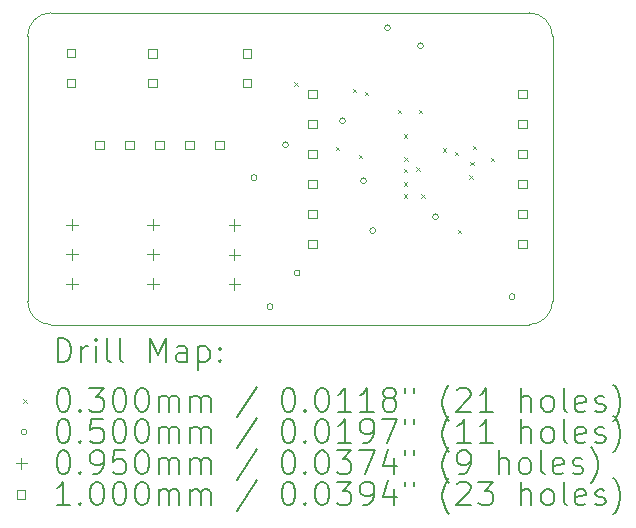
<source format=gbr>
%TF.GenerationSoftware,KiCad,Pcbnew,7.0.8*%
%TF.CreationDate,2024-04-19T19:29:14-04:00*%
%TF.ProjectId,2 Axis Gimbal,32204178-6973-4204-9769-6d62616c2e6b,rev?*%
%TF.SameCoordinates,Original*%
%TF.FileFunction,Drillmap*%
%TF.FilePolarity,Positive*%
%FSLAX45Y45*%
G04 Gerber Fmt 4.5, Leading zero omitted, Abs format (unit mm)*
G04 Created by KiCad (PCBNEW 7.0.8) date 2024-04-19 19:29:14*
%MOMM*%
%LPD*%
G01*
G04 APERTURE LIST*
%ADD10C,0.100000*%
%ADD11C,0.200000*%
%ADD12C,0.030000*%
%ADD13C,0.050000*%
%ADD14C,0.095000*%
G04 APERTURE END LIST*
D10*
X7642200Y-6807200D02*
G75*
G03*
X7442200Y-7007200I0J-200000D01*
G01*
X7442200Y-9248800D02*
G75*
G03*
X7642200Y-9448800I200000J0D01*
G01*
X7442200Y-9248800D02*
X7442200Y-7007200D01*
X11887200Y-7007200D02*
G75*
G03*
X11687200Y-6807200I-200000J0D01*
G01*
X7642200Y-6807200D02*
X11687200Y-6807200D01*
X11687200Y-9448800D02*
G75*
G03*
X11887200Y-9248800I0J200000D01*
G01*
X11687200Y-9448800D02*
X7642200Y-9448800D01*
X11887200Y-7007200D02*
X11887200Y-9248800D01*
D11*
D12*
X9700500Y-7396050D02*
X9730500Y-7426050D01*
X9730500Y-7396050D02*
X9700500Y-7426050D01*
X10050203Y-7942003D02*
X10080203Y-7972003D01*
X10080203Y-7942003D02*
X10050203Y-7972003D01*
X10195800Y-7452600D02*
X10225800Y-7482600D01*
X10225800Y-7452600D02*
X10195800Y-7482600D01*
X10246600Y-8011400D02*
X10276600Y-8041400D01*
X10276600Y-8011400D02*
X10246600Y-8041400D01*
X10297400Y-7478000D02*
X10327400Y-7508000D01*
X10327400Y-7478000D02*
X10297400Y-7508000D01*
X10576800Y-7630400D02*
X10606800Y-7660400D01*
X10606800Y-7630400D02*
X10576800Y-7660400D01*
X10627600Y-7837800D02*
X10657600Y-7867800D01*
X10657600Y-7837800D02*
X10627600Y-7867800D01*
X10627600Y-8127200D02*
X10657600Y-8157200D01*
X10657600Y-8127200D02*
X10627600Y-8157200D01*
X10627600Y-8242400D02*
X10657600Y-8272400D01*
X10657600Y-8242400D02*
X10627600Y-8272400D01*
X10627600Y-8344000D02*
X10657600Y-8374000D01*
X10657600Y-8344000D02*
X10627600Y-8374000D01*
X10631567Y-8031380D02*
X10661567Y-8061380D01*
X10661567Y-8031380D02*
X10631567Y-8061380D01*
X10731427Y-8115227D02*
X10761427Y-8145227D01*
X10761427Y-8115227D02*
X10731427Y-8145227D01*
X10754600Y-7630400D02*
X10784600Y-7660400D01*
X10784600Y-7630400D02*
X10754600Y-7660400D01*
X10774011Y-8343106D02*
X10804011Y-8373106D01*
X10804011Y-8343106D02*
X10774011Y-8373106D01*
X10957800Y-7955350D02*
X10987800Y-7985350D01*
X10987800Y-7955350D02*
X10957800Y-7985350D01*
X11059400Y-7986000D02*
X11089400Y-8016000D01*
X11089400Y-7986000D02*
X11059400Y-8016000D01*
X11084800Y-8646400D02*
X11114800Y-8676400D01*
X11114800Y-8646400D02*
X11084800Y-8676400D01*
X11181700Y-8184500D02*
X11211700Y-8214500D01*
X11211700Y-8184500D02*
X11181700Y-8214500D01*
X11192459Y-8068259D02*
X11222459Y-8098259D01*
X11222459Y-8068259D02*
X11192459Y-8098259D01*
X11211800Y-7935200D02*
X11241800Y-7965200D01*
X11241800Y-7935200D02*
X11211800Y-7965200D01*
X11364200Y-8036800D02*
X11394200Y-8066800D01*
X11394200Y-8036800D02*
X11364200Y-8066800D01*
D13*
X9384900Y-8204200D02*
G75*
G03*
X9384900Y-8204200I-25000J0D01*
G01*
X9520000Y-9296400D02*
G75*
G03*
X9520000Y-9296400I-25000J0D01*
G01*
X9651600Y-7924800D02*
G75*
G03*
X9651600Y-7924800I-25000J0D01*
G01*
X9750000Y-9011400D02*
G75*
G03*
X9750000Y-9011400I-25000J0D01*
G01*
X10134200Y-7721600D02*
G75*
G03*
X10134200Y-7721600I-25000J0D01*
G01*
X10312000Y-8229600D02*
G75*
G03*
X10312000Y-8229600I-25000J0D01*
G01*
X10390000Y-8651400D02*
G75*
G03*
X10390000Y-8651400I-25000J0D01*
G01*
X10515200Y-6934200D02*
G75*
G03*
X10515200Y-6934200I-25000J0D01*
G01*
X10794600Y-7086600D02*
G75*
G03*
X10794600Y-7086600I-25000J0D01*
G01*
X10921600Y-8534400D02*
G75*
G03*
X10921600Y-8534400I-25000J0D01*
G01*
X11570000Y-9211400D02*
G75*
G03*
X11570000Y-9211400I-25000J0D01*
G01*
D14*
X7819256Y-8555366D02*
X7819256Y-8650366D01*
X7771756Y-8602866D02*
X7866756Y-8602866D01*
X7819256Y-8805366D02*
X7819256Y-8900366D01*
X7771756Y-8852866D02*
X7866756Y-8852866D01*
X7819256Y-9055366D02*
X7819256Y-9150366D01*
X7771756Y-9102866D02*
X7866756Y-9102866D01*
X8505056Y-8555366D02*
X8505056Y-8650366D01*
X8457556Y-8602866D02*
X8552556Y-8602866D01*
X8505056Y-8805366D02*
X8505056Y-8900366D01*
X8457556Y-8852866D02*
X8552556Y-8852866D01*
X8505056Y-9055366D02*
X8505056Y-9150366D01*
X8457556Y-9102866D02*
X8552556Y-9102866D01*
X9192788Y-8557116D02*
X9192788Y-8652116D01*
X9145288Y-8604616D02*
X9240288Y-8604616D01*
X9192788Y-8807116D02*
X9192788Y-8902116D01*
X9145288Y-8854616D02*
X9240288Y-8854616D01*
X9192788Y-9057116D02*
X9192788Y-9152116D01*
X9145288Y-9104616D02*
X9240288Y-9104616D01*
D10*
X7846044Y-7186365D02*
X7846044Y-7115653D01*
X7775333Y-7115653D01*
X7775333Y-7186365D01*
X7846044Y-7186365D01*
X7846044Y-7436365D02*
X7846044Y-7365653D01*
X7775333Y-7365653D01*
X7775333Y-7436365D01*
X7846044Y-7436365D01*
X8087156Y-7960156D02*
X8087156Y-7889444D01*
X8016444Y-7889444D01*
X8016444Y-7960156D01*
X8087156Y-7960156D01*
X8341156Y-7960156D02*
X8341156Y-7889444D01*
X8270444Y-7889444D01*
X8270444Y-7960156D01*
X8341156Y-7960156D01*
X8536247Y-7187567D02*
X8536247Y-7116855D01*
X8465536Y-7116855D01*
X8465536Y-7187567D01*
X8536247Y-7187567D01*
X8536247Y-7437567D02*
X8536247Y-7366855D01*
X8465536Y-7366855D01*
X8465536Y-7437567D01*
X8536247Y-7437567D01*
X8595156Y-7960156D02*
X8595156Y-7889444D01*
X8524444Y-7889444D01*
X8524444Y-7960156D01*
X8595156Y-7960156D01*
X8849156Y-7960156D02*
X8849156Y-7889444D01*
X8778444Y-7889444D01*
X8778444Y-7960156D01*
X8849156Y-7960156D01*
X9103156Y-7960156D02*
X9103156Y-7889444D01*
X9032444Y-7889444D01*
X9032444Y-7960156D01*
X9103156Y-7960156D01*
X9333471Y-7188158D02*
X9333471Y-7117447D01*
X9262759Y-7117447D01*
X9262759Y-7188158D01*
X9333471Y-7188158D01*
X9333471Y-7438158D02*
X9333471Y-7367447D01*
X9262759Y-7367447D01*
X9262759Y-7438158D01*
X9333471Y-7438158D01*
X9890556Y-7528356D02*
X9890556Y-7457644D01*
X9819844Y-7457644D01*
X9819844Y-7528356D01*
X9890556Y-7528356D01*
X9890556Y-7782356D02*
X9890556Y-7711644D01*
X9819844Y-7711644D01*
X9819844Y-7782356D01*
X9890556Y-7782356D01*
X9890556Y-8036356D02*
X9890556Y-7965644D01*
X9819844Y-7965644D01*
X9819844Y-8036356D01*
X9890556Y-8036356D01*
X9890556Y-8290356D02*
X9890556Y-8219644D01*
X9819844Y-8219644D01*
X9819844Y-8290356D01*
X9890556Y-8290356D01*
X9890556Y-8544356D02*
X9890556Y-8473644D01*
X9819844Y-8473644D01*
X9819844Y-8544356D01*
X9890556Y-8544356D01*
X9890556Y-8798356D02*
X9890556Y-8727644D01*
X9819844Y-8727644D01*
X9819844Y-8798356D01*
X9890556Y-8798356D01*
X11668556Y-7528356D02*
X11668556Y-7457644D01*
X11597844Y-7457644D01*
X11597844Y-7528356D01*
X11668556Y-7528356D01*
X11668556Y-7782356D02*
X11668556Y-7711644D01*
X11597844Y-7711644D01*
X11597844Y-7782356D01*
X11668556Y-7782356D01*
X11668556Y-8036356D02*
X11668556Y-7965644D01*
X11597844Y-7965644D01*
X11597844Y-8036356D01*
X11668556Y-8036356D01*
X11668556Y-8290356D02*
X11668556Y-8219644D01*
X11597844Y-8219644D01*
X11597844Y-8290356D01*
X11668556Y-8290356D01*
X11668556Y-8544356D02*
X11668556Y-8473644D01*
X11597844Y-8473644D01*
X11597844Y-8544356D01*
X11668556Y-8544356D01*
X11668556Y-8798356D02*
X11668556Y-8727644D01*
X11597844Y-8727644D01*
X11597844Y-8798356D01*
X11668556Y-8798356D01*
D11*
X7697977Y-9765284D02*
X7697977Y-9565284D01*
X7697977Y-9565284D02*
X7745596Y-9565284D01*
X7745596Y-9565284D02*
X7774167Y-9574808D01*
X7774167Y-9574808D02*
X7793215Y-9593855D01*
X7793215Y-9593855D02*
X7802739Y-9612903D01*
X7802739Y-9612903D02*
X7812262Y-9650998D01*
X7812262Y-9650998D02*
X7812262Y-9679570D01*
X7812262Y-9679570D02*
X7802739Y-9717665D01*
X7802739Y-9717665D02*
X7793215Y-9736712D01*
X7793215Y-9736712D02*
X7774167Y-9755760D01*
X7774167Y-9755760D02*
X7745596Y-9765284D01*
X7745596Y-9765284D02*
X7697977Y-9765284D01*
X7897977Y-9765284D02*
X7897977Y-9631950D01*
X7897977Y-9670046D02*
X7907501Y-9650998D01*
X7907501Y-9650998D02*
X7917024Y-9641474D01*
X7917024Y-9641474D02*
X7936072Y-9631950D01*
X7936072Y-9631950D02*
X7955120Y-9631950D01*
X8021786Y-9765284D02*
X8021786Y-9631950D01*
X8021786Y-9565284D02*
X8012262Y-9574808D01*
X8012262Y-9574808D02*
X8021786Y-9584331D01*
X8021786Y-9584331D02*
X8031310Y-9574808D01*
X8031310Y-9574808D02*
X8021786Y-9565284D01*
X8021786Y-9565284D02*
X8021786Y-9584331D01*
X8145596Y-9765284D02*
X8126548Y-9755760D01*
X8126548Y-9755760D02*
X8117024Y-9736712D01*
X8117024Y-9736712D02*
X8117024Y-9565284D01*
X8250358Y-9765284D02*
X8231310Y-9755760D01*
X8231310Y-9755760D02*
X8221786Y-9736712D01*
X8221786Y-9736712D02*
X8221786Y-9565284D01*
X8478929Y-9765284D02*
X8478929Y-9565284D01*
X8478929Y-9565284D02*
X8545596Y-9708141D01*
X8545596Y-9708141D02*
X8612263Y-9565284D01*
X8612263Y-9565284D02*
X8612263Y-9765284D01*
X8793215Y-9765284D02*
X8793215Y-9660522D01*
X8793215Y-9660522D02*
X8783691Y-9641474D01*
X8783691Y-9641474D02*
X8764644Y-9631950D01*
X8764644Y-9631950D02*
X8726548Y-9631950D01*
X8726548Y-9631950D02*
X8707501Y-9641474D01*
X8793215Y-9755760D02*
X8774167Y-9765284D01*
X8774167Y-9765284D02*
X8726548Y-9765284D01*
X8726548Y-9765284D02*
X8707501Y-9755760D01*
X8707501Y-9755760D02*
X8697977Y-9736712D01*
X8697977Y-9736712D02*
X8697977Y-9717665D01*
X8697977Y-9717665D02*
X8707501Y-9698617D01*
X8707501Y-9698617D02*
X8726548Y-9689093D01*
X8726548Y-9689093D02*
X8774167Y-9689093D01*
X8774167Y-9689093D02*
X8793215Y-9679570D01*
X8888453Y-9631950D02*
X8888453Y-9831950D01*
X8888453Y-9641474D02*
X8907501Y-9631950D01*
X8907501Y-9631950D02*
X8945596Y-9631950D01*
X8945596Y-9631950D02*
X8964644Y-9641474D01*
X8964644Y-9641474D02*
X8974167Y-9650998D01*
X8974167Y-9650998D02*
X8983691Y-9670046D01*
X8983691Y-9670046D02*
X8983691Y-9727189D01*
X8983691Y-9727189D02*
X8974167Y-9746236D01*
X8974167Y-9746236D02*
X8964644Y-9755760D01*
X8964644Y-9755760D02*
X8945596Y-9765284D01*
X8945596Y-9765284D02*
X8907501Y-9765284D01*
X8907501Y-9765284D02*
X8888453Y-9755760D01*
X9069405Y-9746236D02*
X9078929Y-9755760D01*
X9078929Y-9755760D02*
X9069405Y-9765284D01*
X9069405Y-9765284D02*
X9059882Y-9755760D01*
X9059882Y-9755760D02*
X9069405Y-9746236D01*
X9069405Y-9746236D02*
X9069405Y-9765284D01*
X9069405Y-9641474D02*
X9078929Y-9650998D01*
X9078929Y-9650998D02*
X9069405Y-9660522D01*
X9069405Y-9660522D02*
X9059882Y-9650998D01*
X9059882Y-9650998D02*
X9069405Y-9641474D01*
X9069405Y-9641474D02*
X9069405Y-9660522D01*
D12*
X7407200Y-10078800D02*
X7437200Y-10108800D01*
X7437200Y-10078800D02*
X7407200Y-10108800D01*
D11*
X7736072Y-9985284D02*
X7755120Y-9985284D01*
X7755120Y-9985284D02*
X7774167Y-9994808D01*
X7774167Y-9994808D02*
X7783691Y-10004331D01*
X7783691Y-10004331D02*
X7793215Y-10023379D01*
X7793215Y-10023379D02*
X7802739Y-10061474D01*
X7802739Y-10061474D02*
X7802739Y-10109093D01*
X7802739Y-10109093D02*
X7793215Y-10147189D01*
X7793215Y-10147189D02*
X7783691Y-10166236D01*
X7783691Y-10166236D02*
X7774167Y-10175760D01*
X7774167Y-10175760D02*
X7755120Y-10185284D01*
X7755120Y-10185284D02*
X7736072Y-10185284D01*
X7736072Y-10185284D02*
X7717024Y-10175760D01*
X7717024Y-10175760D02*
X7707501Y-10166236D01*
X7707501Y-10166236D02*
X7697977Y-10147189D01*
X7697977Y-10147189D02*
X7688453Y-10109093D01*
X7688453Y-10109093D02*
X7688453Y-10061474D01*
X7688453Y-10061474D02*
X7697977Y-10023379D01*
X7697977Y-10023379D02*
X7707501Y-10004331D01*
X7707501Y-10004331D02*
X7717024Y-9994808D01*
X7717024Y-9994808D02*
X7736072Y-9985284D01*
X7888453Y-10166236D02*
X7897977Y-10175760D01*
X7897977Y-10175760D02*
X7888453Y-10185284D01*
X7888453Y-10185284D02*
X7878929Y-10175760D01*
X7878929Y-10175760D02*
X7888453Y-10166236D01*
X7888453Y-10166236D02*
X7888453Y-10185284D01*
X7964643Y-9985284D02*
X8088453Y-9985284D01*
X8088453Y-9985284D02*
X8021786Y-10061474D01*
X8021786Y-10061474D02*
X8050358Y-10061474D01*
X8050358Y-10061474D02*
X8069405Y-10070998D01*
X8069405Y-10070998D02*
X8078929Y-10080522D01*
X8078929Y-10080522D02*
X8088453Y-10099570D01*
X8088453Y-10099570D02*
X8088453Y-10147189D01*
X8088453Y-10147189D02*
X8078929Y-10166236D01*
X8078929Y-10166236D02*
X8069405Y-10175760D01*
X8069405Y-10175760D02*
X8050358Y-10185284D01*
X8050358Y-10185284D02*
X7993215Y-10185284D01*
X7993215Y-10185284D02*
X7974167Y-10175760D01*
X7974167Y-10175760D02*
X7964643Y-10166236D01*
X8212262Y-9985284D02*
X8231310Y-9985284D01*
X8231310Y-9985284D02*
X8250358Y-9994808D01*
X8250358Y-9994808D02*
X8259882Y-10004331D01*
X8259882Y-10004331D02*
X8269405Y-10023379D01*
X8269405Y-10023379D02*
X8278929Y-10061474D01*
X8278929Y-10061474D02*
X8278929Y-10109093D01*
X8278929Y-10109093D02*
X8269405Y-10147189D01*
X8269405Y-10147189D02*
X8259882Y-10166236D01*
X8259882Y-10166236D02*
X8250358Y-10175760D01*
X8250358Y-10175760D02*
X8231310Y-10185284D01*
X8231310Y-10185284D02*
X8212262Y-10185284D01*
X8212262Y-10185284D02*
X8193215Y-10175760D01*
X8193215Y-10175760D02*
X8183691Y-10166236D01*
X8183691Y-10166236D02*
X8174167Y-10147189D01*
X8174167Y-10147189D02*
X8164643Y-10109093D01*
X8164643Y-10109093D02*
X8164643Y-10061474D01*
X8164643Y-10061474D02*
X8174167Y-10023379D01*
X8174167Y-10023379D02*
X8183691Y-10004331D01*
X8183691Y-10004331D02*
X8193215Y-9994808D01*
X8193215Y-9994808D02*
X8212262Y-9985284D01*
X8402739Y-9985284D02*
X8421786Y-9985284D01*
X8421786Y-9985284D02*
X8440834Y-9994808D01*
X8440834Y-9994808D02*
X8450358Y-10004331D01*
X8450358Y-10004331D02*
X8459882Y-10023379D01*
X8459882Y-10023379D02*
X8469405Y-10061474D01*
X8469405Y-10061474D02*
X8469405Y-10109093D01*
X8469405Y-10109093D02*
X8459882Y-10147189D01*
X8459882Y-10147189D02*
X8450358Y-10166236D01*
X8450358Y-10166236D02*
X8440834Y-10175760D01*
X8440834Y-10175760D02*
X8421786Y-10185284D01*
X8421786Y-10185284D02*
X8402739Y-10185284D01*
X8402739Y-10185284D02*
X8383691Y-10175760D01*
X8383691Y-10175760D02*
X8374167Y-10166236D01*
X8374167Y-10166236D02*
X8364643Y-10147189D01*
X8364643Y-10147189D02*
X8355120Y-10109093D01*
X8355120Y-10109093D02*
X8355120Y-10061474D01*
X8355120Y-10061474D02*
X8364643Y-10023379D01*
X8364643Y-10023379D02*
X8374167Y-10004331D01*
X8374167Y-10004331D02*
X8383691Y-9994808D01*
X8383691Y-9994808D02*
X8402739Y-9985284D01*
X8555120Y-10185284D02*
X8555120Y-10051950D01*
X8555120Y-10070998D02*
X8564644Y-10061474D01*
X8564644Y-10061474D02*
X8583691Y-10051950D01*
X8583691Y-10051950D02*
X8612263Y-10051950D01*
X8612263Y-10051950D02*
X8631310Y-10061474D01*
X8631310Y-10061474D02*
X8640834Y-10080522D01*
X8640834Y-10080522D02*
X8640834Y-10185284D01*
X8640834Y-10080522D02*
X8650358Y-10061474D01*
X8650358Y-10061474D02*
X8669405Y-10051950D01*
X8669405Y-10051950D02*
X8697977Y-10051950D01*
X8697977Y-10051950D02*
X8717025Y-10061474D01*
X8717025Y-10061474D02*
X8726548Y-10080522D01*
X8726548Y-10080522D02*
X8726548Y-10185284D01*
X8821786Y-10185284D02*
X8821786Y-10051950D01*
X8821786Y-10070998D02*
X8831310Y-10061474D01*
X8831310Y-10061474D02*
X8850358Y-10051950D01*
X8850358Y-10051950D02*
X8878929Y-10051950D01*
X8878929Y-10051950D02*
X8897977Y-10061474D01*
X8897977Y-10061474D02*
X8907501Y-10080522D01*
X8907501Y-10080522D02*
X8907501Y-10185284D01*
X8907501Y-10080522D02*
X8917025Y-10061474D01*
X8917025Y-10061474D02*
X8936072Y-10051950D01*
X8936072Y-10051950D02*
X8964644Y-10051950D01*
X8964644Y-10051950D02*
X8983691Y-10061474D01*
X8983691Y-10061474D02*
X8993215Y-10080522D01*
X8993215Y-10080522D02*
X8993215Y-10185284D01*
X9383691Y-9975760D02*
X9212263Y-10232903D01*
X9640834Y-9985284D02*
X9659882Y-9985284D01*
X9659882Y-9985284D02*
X9678929Y-9994808D01*
X9678929Y-9994808D02*
X9688453Y-10004331D01*
X9688453Y-10004331D02*
X9697977Y-10023379D01*
X9697977Y-10023379D02*
X9707501Y-10061474D01*
X9707501Y-10061474D02*
X9707501Y-10109093D01*
X9707501Y-10109093D02*
X9697977Y-10147189D01*
X9697977Y-10147189D02*
X9688453Y-10166236D01*
X9688453Y-10166236D02*
X9678929Y-10175760D01*
X9678929Y-10175760D02*
X9659882Y-10185284D01*
X9659882Y-10185284D02*
X9640834Y-10185284D01*
X9640834Y-10185284D02*
X9621787Y-10175760D01*
X9621787Y-10175760D02*
X9612263Y-10166236D01*
X9612263Y-10166236D02*
X9602739Y-10147189D01*
X9602739Y-10147189D02*
X9593215Y-10109093D01*
X9593215Y-10109093D02*
X9593215Y-10061474D01*
X9593215Y-10061474D02*
X9602739Y-10023379D01*
X9602739Y-10023379D02*
X9612263Y-10004331D01*
X9612263Y-10004331D02*
X9621787Y-9994808D01*
X9621787Y-9994808D02*
X9640834Y-9985284D01*
X9793215Y-10166236D02*
X9802739Y-10175760D01*
X9802739Y-10175760D02*
X9793215Y-10185284D01*
X9793215Y-10185284D02*
X9783691Y-10175760D01*
X9783691Y-10175760D02*
X9793215Y-10166236D01*
X9793215Y-10166236D02*
X9793215Y-10185284D01*
X9926548Y-9985284D02*
X9945596Y-9985284D01*
X9945596Y-9985284D02*
X9964644Y-9994808D01*
X9964644Y-9994808D02*
X9974168Y-10004331D01*
X9974168Y-10004331D02*
X9983691Y-10023379D01*
X9983691Y-10023379D02*
X9993215Y-10061474D01*
X9993215Y-10061474D02*
X9993215Y-10109093D01*
X9993215Y-10109093D02*
X9983691Y-10147189D01*
X9983691Y-10147189D02*
X9974168Y-10166236D01*
X9974168Y-10166236D02*
X9964644Y-10175760D01*
X9964644Y-10175760D02*
X9945596Y-10185284D01*
X9945596Y-10185284D02*
X9926548Y-10185284D01*
X9926548Y-10185284D02*
X9907501Y-10175760D01*
X9907501Y-10175760D02*
X9897977Y-10166236D01*
X9897977Y-10166236D02*
X9888453Y-10147189D01*
X9888453Y-10147189D02*
X9878929Y-10109093D01*
X9878929Y-10109093D02*
X9878929Y-10061474D01*
X9878929Y-10061474D02*
X9888453Y-10023379D01*
X9888453Y-10023379D02*
X9897977Y-10004331D01*
X9897977Y-10004331D02*
X9907501Y-9994808D01*
X9907501Y-9994808D02*
X9926548Y-9985284D01*
X10183691Y-10185284D02*
X10069406Y-10185284D01*
X10126548Y-10185284D02*
X10126548Y-9985284D01*
X10126548Y-9985284D02*
X10107501Y-10013855D01*
X10107501Y-10013855D02*
X10088453Y-10032903D01*
X10088453Y-10032903D02*
X10069406Y-10042427D01*
X10374168Y-10185284D02*
X10259882Y-10185284D01*
X10317025Y-10185284D02*
X10317025Y-9985284D01*
X10317025Y-9985284D02*
X10297977Y-10013855D01*
X10297977Y-10013855D02*
X10278929Y-10032903D01*
X10278929Y-10032903D02*
X10259882Y-10042427D01*
X10488453Y-10070998D02*
X10469406Y-10061474D01*
X10469406Y-10061474D02*
X10459882Y-10051950D01*
X10459882Y-10051950D02*
X10450358Y-10032903D01*
X10450358Y-10032903D02*
X10450358Y-10023379D01*
X10450358Y-10023379D02*
X10459882Y-10004331D01*
X10459882Y-10004331D02*
X10469406Y-9994808D01*
X10469406Y-9994808D02*
X10488453Y-9985284D01*
X10488453Y-9985284D02*
X10526549Y-9985284D01*
X10526549Y-9985284D02*
X10545596Y-9994808D01*
X10545596Y-9994808D02*
X10555120Y-10004331D01*
X10555120Y-10004331D02*
X10564644Y-10023379D01*
X10564644Y-10023379D02*
X10564644Y-10032903D01*
X10564644Y-10032903D02*
X10555120Y-10051950D01*
X10555120Y-10051950D02*
X10545596Y-10061474D01*
X10545596Y-10061474D02*
X10526549Y-10070998D01*
X10526549Y-10070998D02*
X10488453Y-10070998D01*
X10488453Y-10070998D02*
X10469406Y-10080522D01*
X10469406Y-10080522D02*
X10459882Y-10090046D01*
X10459882Y-10090046D02*
X10450358Y-10109093D01*
X10450358Y-10109093D02*
X10450358Y-10147189D01*
X10450358Y-10147189D02*
X10459882Y-10166236D01*
X10459882Y-10166236D02*
X10469406Y-10175760D01*
X10469406Y-10175760D02*
X10488453Y-10185284D01*
X10488453Y-10185284D02*
X10526549Y-10185284D01*
X10526549Y-10185284D02*
X10545596Y-10175760D01*
X10545596Y-10175760D02*
X10555120Y-10166236D01*
X10555120Y-10166236D02*
X10564644Y-10147189D01*
X10564644Y-10147189D02*
X10564644Y-10109093D01*
X10564644Y-10109093D02*
X10555120Y-10090046D01*
X10555120Y-10090046D02*
X10545596Y-10080522D01*
X10545596Y-10080522D02*
X10526549Y-10070998D01*
X10640834Y-9985284D02*
X10640834Y-10023379D01*
X10717025Y-9985284D02*
X10717025Y-10023379D01*
X11012263Y-10261474D02*
X11002739Y-10251950D01*
X11002739Y-10251950D02*
X10983691Y-10223379D01*
X10983691Y-10223379D02*
X10974168Y-10204331D01*
X10974168Y-10204331D02*
X10964644Y-10175760D01*
X10964644Y-10175760D02*
X10955120Y-10128141D01*
X10955120Y-10128141D02*
X10955120Y-10090046D01*
X10955120Y-10090046D02*
X10964644Y-10042427D01*
X10964644Y-10042427D02*
X10974168Y-10013855D01*
X10974168Y-10013855D02*
X10983691Y-9994808D01*
X10983691Y-9994808D02*
X11002739Y-9966236D01*
X11002739Y-9966236D02*
X11012263Y-9956712D01*
X11078930Y-10004331D02*
X11088453Y-9994808D01*
X11088453Y-9994808D02*
X11107501Y-9985284D01*
X11107501Y-9985284D02*
X11155120Y-9985284D01*
X11155120Y-9985284D02*
X11174168Y-9994808D01*
X11174168Y-9994808D02*
X11183691Y-10004331D01*
X11183691Y-10004331D02*
X11193215Y-10023379D01*
X11193215Y-10023379D02*
X11193215Y-10042427D01*
X11193215Y-10042427D02*
X11183691Y-10070998D01*
X11183691Y-10070998D02*
X11069406Y-10185284D01*
X11069406Y-10185284D02*
X11193215Y-10185284D01*
X11383691Y-10185284D02*
X11269406Y-10185284D01*
X11326548Y-10185284D02*
X11326548Y-9985284D01*
X11326548Y-9985284D02*
X11307501Y-10013855D01*
X11307501Y-10013855D02*
X11288453Y-10032903D01*
X11288453Y-10032903D02*
X11269406Y-10042427D01*
X11621787Y-10185284D02*
X11621787Y-9985284D01*
X11707501Y-10185284D02*
X11707501Y-10080522D01*
X11707501Y-10080522D02*
X11697977Y-10061474D01*
X11697977Y-10061474D02*
X11678930Y-10051950D01*
X11678930Y-10051950D02*
X11650358Y-10051950D01*
X11650358Y-10051950D02*
X11631310Y-10061474D01*
X11631310Y-10061474D02*
X11621787Y-10070998D01*
X11831310Y-10185284D02*
X11812263Y-10175760D01*
X11812263Y-10175760D02*
X11802739Y-10166236D01*
X11802739Y-10166236D02*
X11793215Y-10147189D01*
X11793215Y-10147189D02*
X11793215Y-10090046D01*
X11793215Y-10090046D02*
X11802739Y-10070998D01*
X11802739Y-10070998D02*
X11812263Y-10061474D01*
X11812263Y-10061474D02*
X11831310Y-10051950D01*
X11831310Y-10051950D02*
X11859882Y-10051950D01*
X11859882Y-10051950D02*
X11878930Y-10061474D01*
X11878930Y-10061474D02*
X11888453Y-10070998D01*
X11888453Y-10070998D02*
X11897977Y-10090046D01*
X11897977Y-10090046D02*
X11897977Y-10147189D01*
X11897977Y-10147189D02*
X11888453Y-10166236D01*
X11888453Y-10166236D02*
X11878930Y-10175760D01*
X11878930Y-10175760D02*
X11859882Y-10185284D01*
X11859882Y-10185284D02*
X11831310Y-10185284D01*
X12012263Y-10185284D02*
X11993215Y-10175760D01*
X11993215Y-10175760D02*
X11983691Y-10156712D01*
X11983691Y-10156712D02*
X11983691Y-9985284D01*
X12164644Y-10175760D02*
X12145596Y-10185284D01*
X12145596Y-10185284D02*
X12107501Y-10185284D01*
X12107501Y-10185284D02*
X12088453Y-10175760D01*
X12088453Y-10175760D02*
X12078930Y-10156712D01*
X12078930Y-10156712D02*
X12078930Y-10080522D01*
X12078930Y-10080522D02*
X12088453Y-10061474D01*
X12088453Y-10061474D02*
X12107501Y-10051950D01*
X12107501Y-10051950D02*
X12145596Y-10051950D01*
X12145596Y-10051950D02*
X12164644Y-10061474D01*
X12164644Y-10061474D02*
X12174168Y-10080522D01*
X12174168Y-10080522D02*
X12174168Y-10099570D01*
X12174168Y-10099570D02*
X12078930Y-10118617D01*
X12250358Y-10175760D02*
X12269406Y-10185284D01*
X12269406Y-10185284D02*
X12307501Y-10185284D01*
X12307501Y-10185284D02*
X12326549Y-10175760D01*
X12326549Y-10175760D02*
X12336072Y-10156712D01*
X12336072Y-10156712D02*
X12336072Y-10147189D01*
X12336072Y-10147189D02*
X12326549Y-10128141D01*
X12326549Y-10128141D02*
X12307501Y-10118617D01*
X12307501Y-10118617D02*
X12278930Y-10118617D01*
X12278930Y-10118617D02*
X12259882Y-10109093D01*
X12259882Y-10109093D02*
X12250358Y-10090046D01*
X12250358Y-10090046D02*
X12250358Y-10080522D01*
X12250358Y-10080522D02*
X12259882Y-10061474D01*
X12259882Y-10061474D02*
X12278930Y-10051950D01*
X12278930Y-10051950D02*
X12307501Y-10051950D01*
X12307501Y-10051950D02*
X12326549Y-10061474D01*
X12402739Y-10261474D02*
X12412263Y-10251950D01*
X12412263Y-10251950D02*
X12431311Y-10223379D01*
X12431311Y-10223379D02*
X12440834Y-10204331D01*
X12440834Y-10204331D02*
X12450358Y-10175760D01*
X12450358Y-10175760D02*
X12459882Y-10128141D01*
X12459882Y-10128141D02*
X12459882Y-10090046D01*
X12459882Y-10090046D02*
X12450358Y-10042427D01*
X12450358Y-10042427D02*
X12440834Y-10013855D01*
X12440834Y-10013855D02*
X12431311Y-9994808D01*
X12431311Y-9994808D02*
X12412263Y-9966236D01*
X12412263Y-9966236D02*
X12402739Y-9956712D01*
D13*
X7437200Y-10357800D02*
G75*
G03*
X7437200Y-10357800I-25000J0D01*
G01*
D11*
X7736072Y-10249284D02*
X7755120Y-10249284D01*
X7755120Y-10249284D02*
X7774167Y-10258808D01*
X7774167Y-10258808D02*
X7783691Y-10268331D01*
X7783691Y-10268331D02*
X7793215Y-10287379D01*
X7793215Y-10287379D02*
X7802739Y-10325474D01*
X7802739Y-10325474D02*
X7802739Y-10373093D01*
X7802739Y-10373093D02*
X7793215Y-10411189D01*
X7793215Y-10411189D02*
X7783691Y-10430236D01*
X7783691Y-10430236D02*
X7774167Y-10439760D01*
X7774167Y-10439760D02*
X7755120Y-10449284D01*
X7755120Y-10449284D02*
X7736072Y-10449284D01*
X7736072Y-10449284D02*
X7717024Y-10439760D01*
X7717024Y-10439760D02*
X7707501Y-10430236D01*
X7707501Y-10430236D02*
X7697977Y-10411189D01*
X7697977Y-10411189D02*
X7688453Y-10373093D01*
X7688453Y-10373093D02*
X7688453Y-10325474D01*
X7688453Y-10325474D02*
X7697977Y-10287379D01*
X7697977Y-10287379D02*
X7707501Y-10268331D01*
X7707501Y-10268331D02*
X7717024Y-10258808D01*
X7717024Y-10258808D02*
X7736072Y-10249284D01*
X7888453Y-10430236D02*
X7897977Y-10439760D01*
X7897977Y-10439760D02*
X7888453Y-10449284D01*
X7888453Y-10449284D02*
X7878929Y-10439760D01*
X7878929Y-10439760D02*
X7888453Y-10430236D01*
X7888453Y-10430236D02*
X7888453Y-10449284D01*
X8078929Y-10249284D02*
X7983691Y-10249284D01*
X7983691Y-10249284D02*
X7974167Y-10344522D01*
X7974167Y-10344522D02*
X7983691Y-10334998D01*
X7983691Y-10334998D02*
X8002739Y-10325474D01*
X8002739Y-10325474D02*
X8050358Y-10325474D01*
X8050358Y-10325474D02*
X8069405Y-10334998D01*
X8069405Y-10334998D02*
X8078929Y-10344522D01*
X8078929Y-10344522D02*
X8088453Y-10363570D01*
X8088453Y-10363570D02*
X8088453Y-10411189D01*
X8088453Y-10411189D02*
X8078929Y-10430236D01*
X8078929Y-10430236D02*
X8069405Y-10439760D01*
X8069405Y-10439760D02*
X8050358Y-10449284D01*
X8050358Y-10449284D02*
X8002739Y-10449284D01*
X8002739Y-10449284D02*
X7983691Y-10439760D01*
X7983691Y-10439760D02*
X7974167Y-10430236D01*
X8212262Y-10249284D02*
X8231310Y-10249284D01*
X8231310Y-10249284D02*
X8250358Y-10258808D01*
X8250358Y-10258808D02*
X8259882Y-10268331D01*
X8259882Y-10268331D02*
X8269405Y-10287379D01*
X8269405Y-10287379D02*
X8278929Y-10325474D01*
X8278929Y-10325474D02*
X8278929Y-10373093D01*
X8278929Y-10373093D02*
X8269405Y-10411189D01*
X8269405Y-10411189D02*
X8259882Y-10430236D01*
X8259882Y-10430236D02*
X8250358Y-10439760D01*
X8250358Y-10439760D02*
X8231310Y-10449284D01*
X8231310Y-10449284D02*
X8212262Y-10449284D01*
X8212262Y-10449284D02*
X8193215Y-10439760D01*
X8193215Y-10439760D02*
X8183691Y-10430236D01*
X8183691Y-10430236D02*
X8174167Y-10411189D01*
X8174167Y-10411189D02*
X8164643Y-10373093D01*
X8164643Y-10373093D02*
X8164643Y-10325474D01*
X8164643Y-10325474D02*
X8174167Y-10287379D01*
X8174167Y-10287379D02*
X8183691Y-10268331D01*
X8183691Y-10268331D02*
X8193215Y-10258808D01*
X8193215Y-10258808D02*
X8212262Y-10249284D01*
X8402739Y-10249284D02*
X8421786Y-10249284D01*
X8421786Y-10249284D02*
X8440834Y-10258808D01*
X8440834Y-10258808D02*
X8450358Y-10268331D01*
X8450358Y-10268331D02*
X8459882Y-10287379D01*
X8459882Y-10287379D02*
X8469405Y-10325474D01*
X8469405Y-10325474D02*
X8469405Y-10373093D01*
X8469405Y-10373093D02*
X8459882Y-10411189D01*
X8459882Y-10411189D02*
X8450358Y-10430236D01*
X8450358Y-10430236D02*
X8440834Y-10439760D01*
X8440834Y-10439760D02*
X8421786Y-10449284D01*
X8421786Y-10449284D02*
X8402739Y-10449284D01*
X8402739Y-10449284D02*
X8383691Y-10439760D01*
X8383691Y-10439760D02*
X8374167Y-10430236D01*
X8374167Y-10430236D02*
X8364643Y-10411189D01*
X8364643Y-10411189D02*
X8355120Y-10373093D01*
X8355120Y-10373093D02*
X8355120Y-10325474D01*
X8355120Y-10325474D02*
X8364643Y-10287379D01*
X8364643Y-10287379D02*
X8374167Y-10268331D01*
X8374167Y-10268331D02*
X8383691Y-10258808D01*
X8383691Y-10258808D02*
X8402739Y-10249284D01*
X8555120Y-10449284D02*
X8555120Y-10315950D01*
X8555120Y-10334998D02*
X8564644Y-10325474D01*
X8564644Y-10325474D02*
X8583691Y-10315950D01*
X8583691Y-10315950D02*
X8612263Y-10315950D01*
X8612263Y-10315950D02*
X8631310Y-10325474D01*
X8631310Y-10325474D02*
X8640834Y-10344522D01*
X8640834Y-10344522D02*
X8640834Y-10449284D01*
X8640834Y-10344522D02*
X8650358Y-10325474D01*
X8650358Y-10325474D02*
X8669405Y-10315950D01*
X8669405Y-10315950D02*
X8697977Y-10315950D01*
X8697977Y-10315950D02*
X8717025Y-10325474D01*
X8717025Y-10325474D02*
X8726548Y-10344522D01*
X8726548Y-10344522D02*
X8726548Y-10449284D01*
X8821786Y-10449284D02*
X8821786Y-10315950D01*
X8821786Y-10334998D02*
X8831310Y-10325474D01*
X8831310Y-10325474D02*
X8850358Y-10315950D01*
X8850358Y-10315950D02*
X8878929Y-10315950D01*
X8878929Y-10315950D02*
X8897977Y-10325474D01*
X8897977Y-10325474D02*
X8907501Y-10344522D01*
X8907501Y-10344522D02*
X8907501Y-10449284D01*
X8907501Y-10344522D02*
X8917025Y-10325474D01*
X8917025Y-10325474D02*
X8936072Y-10315950D01*
X8936072Y-10315950D02*
X8964644Y-10315950D01*
X8964644Y-10315950D02*
X8983691Y-10325474D01*
X8983691Y-10325474D02*
X8993215Y-10344522D01*
X8993215Y-10344522D02*
X8993215Y-10449284D01*
X9383691Y-10239760D02*
X9212263Y-10496903D01*
X9640834Y-10249284D02*
X9659882Y-10249284D01*
X9659882Y-10249284D02*
X9678929Y-10258808D01*
X9678929Y-10258808D02*
X9688453Y-10268331D01*
X9688453Y-10268331D02*
X9697977Y-10287379D01*
X9697977Y-10287379D02*
X9707501Y-10325474D01*
X9707501Y-10325474D02*
X9707501Y-10373093D01*
X9707501Y-10373093D02*
X9697977Y-10411189D01*
X9697977Y-10411189D02*
X9688453Y-10430236D01*
X9688453Y-10430236D02*
X9678929Y-10439760D01*
X9678929Y-10439760D02*
X9659882Y-10449284D01*
X9659882Y-10449284D02*
X9640834Y-10449284D01*
X9640834Y-10449284D02*
X9621787Y-10439760D01*
X9621787Y-10439760D02*
X9612263Y-10430236D01*
X9612263Y-10430236D02*
X9602739Y-10411189D01*
X9602739Y-10411189D02*
X9593215Y-10373093D01*
X9593215Y-10373093D02*
X9593215Y-10325474D01*
X9593215Y-10325474D02*
X9602739Y-10287379D01*
X9602739Y-10287379D02*
X9612263Y-10268331D01*
X9612263Y-10268331D02*
X9621787Y-10258808D01*
X9621787Y-10258808D02*
X9640834Y-10249284D01*
X9793215Y-10430236D02*
X9802739Y-10439760D01*
X9802739Y-10439760D02*
X9793215Y-10449284D01*
X9793215Y-10449284D02*
X9783691Y-10439760D01*
X9783691Y-10439760D02*
X9793215Y-10430236D01*
X9793215Y-10430236D02*
X9793215Y-10449284D01*
X9926548Y-10249284D02*
X9945596Y-10249284D01*
X9945596Y-10249284D02*
X9964644Y-10258808D01*
X9964644Y-10258808D02*
X9974168Y-10268331D01*
X9974168Y-10268331D02*
X9983691Y-10287379D01*
X9983691Y-10287379D02*
X9993215Y-10325474D01*
X9993215Y-10325474D02*
X9993215Y-10373093D01*
X9993215Y-10373093D02*
X9983691Y-10411189D01*
X9983691Y-10411189D02*
X9974168Y-10430236D01*
X9974168Y-10430236D02*
X9964644Y-10439760D01*
X9964644Y-10439760D02*
X9945596Y-10449284D01*
X9945596Y-10449284D02*
X9926548Y-10449284D01*
X9926548Y-10449284D02*
X9907501Y-10439760D01*
X9907501Y-10439760D02*
X9897977Y-10430236D01*
X9897977Y-10430236D02*
X9888453Y-10411189D01*
X9888453Y-10411189D02*
X9878929Y-10373093D01*
X9878929Y-10373093D02*
X9878929Y-10325474D01*
X9878929Y-10325474D02*
X9888453Y-10287379D01*
X9888453Y-10287379D02*
X9897977Y-10268331D01*
X9897977Y-10268331D02*
X9907501Y-10258808D01*
X9907501Y-10258808D02*
X9926548Y-10249284D01*
X10183691Y-10449284D02*
X10069406Y-10449284D01*
X10126548Y-10449284D02*
X10126548Y-10249284D01*
X10126548Y-10249284D02*
X10107501Y-10277855D01*
X10107501Y-10277855D02*
X10088453Y-10296903D01*
X10088453Y-10296903D02*
X10069406Y-10306427D01*
X10278929Y-10449284D02*
X10317025Y-10449284D01*
X10317025Y-10449284D02*
X10336072Y-10439760D01*
X10336072Y-10439760D02*
X10345596Y-10430236D01*
X10345596Y-10430236D02*
X10364644Y-10401665D01*
X10364644Y-10401665D02*
X10374168Y-10363570D01*
X10374168Y-10363570D02*
X10374168Y-10287379D01*
X10374168Y-10287379D02*
X10364644Y-10268331D01*
X10364644Y-10268331D02*
X10355120Y-10258808D01*
X10355120Y-10258808D02*
X10336072Y-10249284D01*
X10336072Y-10249284D02*
X10297977Y-10249284D01*
X10297977Y-10249284D02*
X10278929Y-10258808D01*
X10278929Y-10258808D02*
X10269406Y-10268331D01*
X10269406Y-10268331D02*
X10259882Y-10287379D01*
X10259882Y-10287379D02*
X10259882Y-10334998D01*
X10259882Y-10334998D02*
X10269406Y-10354046D01*
X10269406Y-10354046D02*
X10278929Y-10363570D01*
X10278929Y-10363570D02*
X10297977Y-10373093D01*
X10297977Y-10373093D02*
X10336072Y-10373093D01*
X10336072Y-10373093D02*
X10355120Y-10363570D01*
X10355120Y-10363570D02*
X10364644Y-10354046D01*
X10364644Y-10354046D02*
X10374168Y-10334998D01*
X10440834Y-10249284D02*
X10574168Y-10249284D01*
X10574168Y-10249284D02*
X10488453Y-10449284D01*
X10640834Y-10249284D02*
X10640834Y-10287379D01*
X10717025Y-10249284D02*
X10717025Y-10287379D01*
X11012263Y-10525474D02*
X11002739Y-10515950D01*
X11002739Y-10515950D02*
X10983691Y-10487379D01*
X10983691Y-10487379D02*
X10974168Y-10468331D01*
X10974168Y-10468331D02*
X10964644Y-10439760D01*
X10964644Y-10439760D02*
X10955120Y-10392141D01*
X10955120Y-10392141D02*
X10955120Y-10354046D01*
X10955120Y-10354046D02*
X10964644Y-10306427D01*
X10964644Y-10306427D02*
X10974168Y-10277855D01*
X10974168Y-10277855D02*
X10983691Y-10258808D01*
X10983691Y-10258808D02*
X11002739Y-10230236D01*
X11002739Y-10230236D02*
X11012263Y-10220712D01*
X11193215Y-10449284D02*
X11078930Y-10449284D01*
X11136072Y-10449284D02*
X11136072Y-10249284D01*
X11136072Y-10249284D02*
X11117025Y-10277855D01*
X11117025Y-10277855D02*
X11097977Y-10296903D01*
X11097977Y-10296903D02*
X11078930Y-10306427D01*
X11383691Y-10449284D02*
X11269406Y-10449284D01*
X11326548Y-10449284D02*
X11326548Y-10249284D01*
X11326548Y-10249284D02*
X11307501Y-10277855D01*
X11307501Y-10277855D02*
X11288453Y-10296903D01*
X11288453Y-10296903D02*
X11269406Y-10306427D01*
X11621787Y-10449284D02*
X11621787Y-10249284D01*
X11707501Y-10449284D02*
X11707501Y-10344522D01*
X11707501Y-10344522D02*
X11697977Y-10325474D01*
X11697977Y-10325474D02*
X11678930Y-10315950D01*
X11678930Y-10315950D02*
X11650358Y-10315950D01*
X11650358Y-10315950D02*
X11631310Y-10325474D01*
X11631310Y-10325474D02*
X11621787Y-10334998D01*
X11831310Y-10449284D02*
X11812263Y-10439760D01*
X11812263Y-10439760D02*
X11802739Y-10430236D01*
X11802739Y-10430236D02*
X11793215Y-10411189D01*
X11793215Y-10411189D02*
X11793215Y-10354046D01*
X11793215Y-10354046D02*
X11802739Y-10334998D01*
X11802739Y-10334998D02*
X11812263Y-10325474D01*
X11812263Y-10325474D02*
X11831310Y-10315950D01*
X11831310Y-10315950D02*
X11859882Y-10315950D01*
X11859882Y-10315950D02*
X11878930Y-10325474D01*
X11878930Y-10325474D02*
X11888453Y-10334998D01*
X11888453Y-10334998D02*
X11897977Y-10354046D01*
X11897977Y-10354046D02*
X11897977Y-10411189D01*
X11897977Y-10411189D02*
X11888453Y-10430236D01*
X11888453Y-10430236D02*
X11878930Y-10439760D01*
X11878930Y-10439760D02*
X11859882Y-10449284D01*
X11859882Y-10449284D02*
X11831310Y-10449284D01*
X12012263Y-10449284D02*
X11993215Y-10439760D01*
X11993215Y-10439760D02*
X11983691Y-10420712D01*
X11983691Y-10420712D02*
X11983691Y-10249284D01*
X12164644Y-10439760D02*
X12145596Y-10449284D01*
X12145596Y-10449284D02*
X12107501Y-10449284D01*
X12107501Y-10449284D02*
X12088453Y-10439760D01*
X12088453Y-10439760D02*
X12078930Y-10420712D01*
X12078930Y-10420712D02*
X12078930Y-10344522D01*
X12078930Y-10344522D02*
X12088453Y-10325474D01*
X12088453Y-10325474D02*
X12107501Y-10315950D01*
X12107501Y-10315950D02*
X12145596Y-10315950D01*
X12145596Y-10315950D02*
X12164644Y-10325474D01*
X12164644Y-10325474D02*
X12174168Y-10344522D01*
X12174168Y-10344522D02*
X12174168Y-10363570D01*
X12174168Y-10363570D02*
X12078930Y-10382617D01*
X12250358Y-10439760D02*
X12269406Y-10449284D01*
X12269406Y-10449284D02*
X12307501Y-10449284D01*
X12307501Y-10449284D02*
X12326549Y-10439760D01*
X12326549Y-10439760D02*
X12336072Y-10420712D01*
X12336072Y-10420712D02*
X12336072Y-10411189D01*
X12336072Y-10411189D02*
X12326549Y-10392141D01*
X12326549Y-10392141D02*
X12307501Y-10382617D01*
X12307501Y-10382617D02*
X12278930Y-10382617D01*
X12278930Y-10382617D02*
X12259882Y-10373093D01*
X12259882Y-10373093D02*
X12250358Y-10354046D01*
X12250358Y-10354046D02*
X12250358Y-10344522D01*
X12250358Y-10344522D02*
X12259882Y-10325474D01*
X12259882Y-10325474D02*
X12278930Y-10315950D01*
X12278930Y-10315950D02*
X12307501Y-10315950D01*
X12307501Y-10315950D02*
X12326549Y-10325474D01*
X12402739Y-10525474D02*
X12412263Y-10515950D01*
X12412263Y-10515950D02*
X12431311Y-10487379D01*
X12431311Y-10487379D02*
X12440834Y-10468331D01*
X12440834Y-10468331D02*
X12450358Y-10439760D01*
X12450358Y-10439760D02*
X12459882Y-10392141D01*
X12459882Y-10392141D02*
X12459882Y-10354046D01*
X12459882Y-10354046D02*
X12450358Y-10306427D01*
X12450358Y-10306427D02*
X12440834Y-10277855D01*
X12440834Y-10277855D02*
X12431311Y-10258808D01*
X12431311Y-10258808D02*
X12412263Y-10230236D01*
X12412263Y-10230236D02*
X12402739Y-10220712D01*
D14*
X7389700Y-10574300D02*
X7389700Y-10669300D01*
X7342200Y-10621800D02*
X7437200Y-10621800D01*
D11*
X7736072Y-10513284D02*
X7755120Y-10513284D01*
X7755120Y-10513284D02*
X7774167Y-10522808D01*
X7774167Y-10522808D02*
X7783691Y-10532331D01*
X7783691Y-10532331D02*
X7793215Y-10551379D01*
X7793215Y-10551379D02*
X7802739Y-10589474D01*
X7802739Y-10589474D02*
X7802739Y-10637093D01*
X7802739Y-10637093D02*
X7793215Y-10675189D01*
X7793215Y-10675189D02*
X7783691Y-10694236D01*
X7783691Y-10694236D02*
X7774167Y-10703760D01*
X7774167Y-10703760D02*
X7755120Y-10713284D01*
X7755120Y-10713284D02*
X7736072Y-10713284D01*
X7736072Y-10713284D02*
X7717024Y-10703760D01*
X7717024Y-10703760D02*
X7707501Y-10694236D01*
X7707501Y-10694236D02*
X7697977Y-10675189D01*
X7697977Y-10675189D02*
X7688453Y-10637093D01*
X7688453Y-10637093D02*
X7688453Y-10589474D01*
X7688453Y-10589474D02*
X7697977Y-10551379D01*
X7697977Y-10551379D02*
X7707501Y-10532331D01*
X7707501Y-10532331D02*
X7717024Y-10522808D01*
X7717024Y-10522808D02*
X7736072Y-10513284D01*
X7888453Y-10694236D02*
X7897977Y-10703760D01*
X7897977Y-10703760D02*
X7888453Y-10713284D01*
X7888453Y-10713284D02*
X7878929Y-10703760D01*
X7878929Y-10703760D02*
X7888453Y-10694236D01*
X7888453Y-10694236D02*
X7888453Y-10713284D01*
X7993215Y-10713284D02*
X8031310Y-10713284D01*
X8031310Y-10713284D02*
X8050358Y-10703760D01*
X8050358Y-10703760D02*
X8059882Y-10694236D01*
X8059882Y-10694236D02*
X8078929Y-10665665D01*
X8078929Y-10665665D02*
X8088453Y-10627570D01*
X8088453Y-10627570D02*
X8088453Y-10551379D01*
X8088453Y-10551379D02*
X8078929Y-10532331D01*
X8078929Y-10532331D02*
X8069405Y-10522808D01*
X8069405Y-10522808D02*
X8050358Y-10513284D01*
X8050358Y-10513284D02*
X8012262Y-10513284D01*
X8012262Y-10513284D02*
X7993215Y-10522808D01*
X7993215Y-10522808D02*
X7983691Y-10532331D01*
X7983691Y-10532331D02*
X7974167Y-10551379D01*
X7974167Y-10551379D02*
X7974167Y-10598998D01*
X7974167Y-10598998D02*
X7983691Y-10618046D01*
X7983691Y-10618046D02*
X7993215Y-10627570D01*
X7993215Y-10627570D02*
X8012262Y-10637093D01*
X8012262Y-10637093D02*
X8050358Y-10637093D01*
X8050358Y-10637093D02*
X8069405Y-10627570D01*
X8069405Y-10627570D02*
X8078929Y-10618046D01*
X8078929Y-10618046D02*
X8088453Y-10598998D01*
X8269405Y-10513284D02*
X8174167Y-10513284D01*
X8174167Y-10513284D02*
X8164643Y-10608522D01*
X8164643Y-10608522D02*
X8174167Y-10598998D01*
X8174167Y-10598998D02*
X8193215Y-10589474D01*
X8193215Y-10589474D02*
X8240834Y-10589474D01*
X8240834Y-10589474D02*
X8259882Y-10598998D01*
X8259882Y-10598998D02*
X8269405Y-10608522D01*
X8269405Y-10608522D02*
X8278929Y-10627570D01*
X8278929Y-10627570D02*
X8278929Y-10675189D01*
X8278929Y-10675189D02*
X8269405Y-10694236D01*
X8269405Y-10694236D02*
X8259882Y-10703760D01*
X8259882Y-10703760D02*
X8240834Y-10713284D01*
X8240834Y-10713284D02*
X8193215Y-10713284D01*
X8193215Y-10713284D02*
X8174167Y-10703760D01*
X8174167Y-10703760D02*
X8164643Y-10694236D01*
X8402739Y-10513284D02*
X8421786Y-10513284D01*
X8421786Y-10513284D02*
X8440834Y-10522808D01*
X8440834Y-10522808D02*
X8450358Y-10532331D01*
X8450358Y-10532331D02*
X8459882Y-10551379D01*
X8459882Y-10551379D02*
X8469405Y-10589474D01*
X8469405Y-10589474D02*
X8469405Y-10637093D01*
X8469405Y-10637093D02*
X8459882Y-10675189D01*
X8459882Y-10675189D02*
X8450358Y-10694236D01*
X8450358Y-10694236D02*
X8440834Y-10703760D01*
X8440834Y-10703760D02*
X8421786Y-10713284D01*
X8421786Y-10713284D02*
X8402739Y-10713284D01*
X8402739Y-10713284D02*
X8383691Y-10703760D01*
X8383691Y-10703760D02*
X8374167Y-10694236D01*
X8374167Y-10694236D02*
X8364643Y-10675189D01*
X8364643Y-10675189D02*
X8355120Y-10637093D01*
X8355120Y-10637093D02*
X8355120Y-10589474D01*
X8355120Y-10589474D02*
X8364643Y-10551379D01*
X8364643Y-10551379D02*
X8374167Y-10532331D01*
X8374167Y-10532331D02*
X8383691Y-10522808D01*
X8383691Y-10522808D02*
X8402739Y-10513284D01*
X8555120Y-10713284D02*
X8555120Y-10579950D01*
X8555120Y-10598998D02*
X8564644Y-10589474D01*
X8564644Y-10589474D02*
X8583691Y-10579950D01*
X8583691Y-10579950D02*
X8612263Y-10579950D01*
X8612263Y-10579950D02*
X8631310Y-10589474D01*
X8631310Y-10589474D02*
X8640834Y-10608522D01*
X8640834Y-10608522D02*
X8640834Y-10713284D01*
X8640834Y-10608522D02*
X8650358Y-10589474D01*
X8650358Y-10589474D02*
X8669405Y-10579950D01*
X8669405Y-10579950D02*
X8697977Y-10579950D01*
X8697977Y-10579950D02*
X8717025Y-10589474D01*
X8717025Y-10589474D02*
X8726548Y-10608522D01*
X8726548Y-10608522D02*
X8726548Y-10713284D01*
X8821786Y-10713284D02*
X8821786Y-10579950D01*
X8821786Y-10598998D02*
X8831310Y-10589474D01*
X8831310Y-10589474D02*
X8850358Y-10579950D01*
X8850358Y-10579950D02*
X8878929Y-10579950D01*
X8878929Y-10579950D02*
X8897977Y-10589474D01*
X8897977Y-10589474D02*
X8907501Y-10608522D01*
X8907501Y-10608522D02*
X8907501Y-10713284D01*
X8907501Y-10608522D02*
X8917025Y-10589474D01*
X8917025Y-10589474D02*
X8936072Y-10579950D01*
X8936072Y-10579950D02*
X8964644Y-10579950D01*
X8964644Y-10579950D02*
X8983691Y-10589474D01*
X8983691Y-10589474D02*
X8993215Y-10608522D01*
X8993215Y-10608522D02*
X8993215Y-10713284D01*
X9383691Y-10503760D02*
X9212263Y-10760903D01*
X9640834Y-10513284D02*
X9659882Y-10513284D01*
X9659882Y-10513284D02*
X9678929Y-10522808D01*
X9678929Y-10522808D02*
X9688453Y-10532331D01*
X9688453Y-10532331D02*
X9697977Y-10551379D01*
X9697977Y-10551379D02*
X9707501Y-10589474D01*
X9707501Y-10589474D02*
X9707501Y-10637093D01*
X9707501Y-10637093D02*
X9697977Y-10675189D01*
X9697977Y-10675189D02*
X9688453Y-10694236D01*
X9688453Y-10694236D02*
X9678929Y-10703760D01*
X9678929Y-10703760D02*
X9659882Y-10713284D01*
X9659882Y-10713284D02*
X9640834Y-10713284D01*
X9640834Y-10713284D02*
X9621787Y-10703760D01*
X9621787Y-10703760D02*
X9612263Y-10694236D01*
X9612263Y-10694236D02*
X9602739Y-10675189D01*
X9602739Y-10675189D02*
X9593215Y-10637093D01*
X9593215Y-10637093D02*
X9593215Y-10589474D01*
X9593215Y-10589474D02*
X9602739Y-10551379D01*
X9602739Y-10551379D02*
X9612263Y-10532331D01*
X9612263Y-10532331D02*
X9621787Y-10522808D01*
X9621787Y-10522808D02*
X9640834Y-10513284D01*
X9793215Y-10694236D02*
X9802739Y-10703760D01*
X9802739Y-10703760D02*
X9793215Y-10713284D01*
X9793215Y-10713284D02*
X9783691Y-10703760D01*
X9783691Y-10703760D02*
X9793215Y-10694236D01*
X9793215Y-10694236D02*
X9793215Y-10713284D01*
X9926548Y-10513284D02*
X9945596Y-10513284D01*
X9945596Y-10513284D02*
X9964644Y-10522808D01*
X9964644Y-10522808D02*
X9974168Y-10532331D01*
X9974168Y-10532331D02*
X9983691Y-10551379D01*
X9983691Y-10551379D02*
X9993215Y-10589474D01*
X9993215Y-10589474D02*
X9993215Y-10637093D01*
X9993215Y-10637093D02*
X9983691Y-10675189D01*
X9983691Y-10675189D02*
X9974168Y-10694236D01*
X9974168Y-10694236D02*
X9964644Y-10703760D01*
X9964644Y-10703760D02*
X9945596Y-10713284D01*
X9945596Y-10713284D02*
X9926548Y-10713284D01*
X9926548Y-10713284D02*
X9907501Y-10703760D01*
X9907501Y-10703760D02*
X9897977Y-10694236D01*
X9897977Y-10694236D02*
X9888453Y-10675189D01*
X9888453Y-10675189D02*
X9878929Y-10637093D01*
X9878929Y-10637093D02*
X9878929Y-10589474D01*
X9878929Y-10589474D02*
X9888453Y-10551379D01*
X9888453Y-10551379D02*
X9897977Y-10532331D01*
X9897977Y-10532331D02*
X9907501Y-10522808D01*
X9907501Y-10522808D02*
X9926548Y-10513284D01*
X10059882Y-10513284D02*
X10183691Y-10513284D01*
X10183691Y-10513284D02*
X10117025Y-10589474D01*
X10117025Y-10589474D02*
X10145596Y-10589474D01*
X10145596Y-10589474D02*
X10164644Y-10598998D01*
X10164644Y-10598998D02*
X10174168Y-10608522D01*
X10174168Y-10608522D02*
X10183691Y-10627570D01*
X10183691Y-10627570D02*
X10183691Y-10675189D01*
X10183691Y-10675189D02*
X10174168Y-10694236D01*
X10174168Y-10694236D02*
X10164644Y-10703760D01*
X10164644Y-10703760D02*
X10145596Y-10713284D01*
X10145596Y-10713284D02*
X10088453Y-10713284D01*
X10088453Y-10713284D02*
X10069406Y-10703760D01*
X10069406Y-10703760D02*
X10059882Y-10694236D01*
X10250358Y-10513284D02*
X10383691Y-10513284D01*
X10383691Y-10513284D02*
X10297977Y-10713284D01*
X10545596Y-10579950D02*
X10545596Y-10713284D01*
X10497977Y-10503760D02*
X10450358Y-10646617D01*
X10450358Y-10646617D02*
X10574168Y-10646617D01*
X10640834Y-10513284D02*
X10640834Y-10551379D01*
X10717025Y-10513284D02*
X10717025Y-10551379D01*
X11012263Y-10789474D02*
X11002739Y-10779950D01*
X11002739Y-10779950D02*
X10983691Y-10751379D01*
X10983691Y-10751379D02*
X10974168Y-10732331D01*
X10974168Y-10732331D02*
X10964644Y-10703760D01*
X10964644Y-10703760D02*
X10955120Y-10656141D01*
X10955120Y-10656141D02*
X10955120Y-10618046D01*
X10955120Y-10618046D02*
X10964644Y-10570427D01*
X10964644Y-10570427D02*
X10974168Y-10541855D01*
X10974168Y-10541855D02*
X10983691Y-10522808D01*
X10983691Y-10522808D02*
X11002739Y-10494236D01*
X11002739Y-10494236D02*
X11012263Y-10484712D01*
X11097977Y-10713284D02*
X11136072Y-10713284D01*
X11136072Y-10713284D02*
X11155120Y-10703760D01*
X11155120Y-10703760D02*
X11164644Y-10694236D01*
X11164644Y-10694236D02*
X11183691Y-10665665D01*
X11183691Y-10665665D02*
X11193215Y-10627570D01*
X11193215Y-10627570D02*
X11193215Y-10551379D01*
X11193215Y-10551379D02*
X11183691Y-10532331D01*
X11183691Y-10532331D02*
X11174168Y-10522808D01*
X11174168Y-10522808D02*
X11155120Y-10513284D01*
X11155120Y-10513284D02*
X11117025Y-10513284D01*
X11117025Y-10513284D02*
X11097977Y-10522808D01*
X11097977Y-10522808D02*
X11088453Y-10532331D01*
X11088453Y-10532331D02*
X11078930Y-10551379D01*
X11078930Y-10551379D02*
X11078930Y-10598998D01*
X11078930Y-10598998D02*
X11088453Y-10618046D01*
X11088453Y-10618046D02*
X11097977Y-10627570D01*
X11097977Y-10627570D02*
X11117025Y-10637093D01*
X11117025Y-10637093D02*
X11155120Y-10637093D01*
X11155120Y-10637093D02*
X11174168Y-10627570D01*
X11174168Y-10627570D02*
X11183691Y-10618046D01*
X11183691Y-10618046D02*
X11193215Y-10598998D01*
X11431310Y-10713284D02*
X11431310Y-10513284D01*
X11517025Y-10713284D02*
X11517025Y-10608522D01*
X11517025Y-10608522D02*
X11507501Y-10589474D01*
X11507501Y-10589474D02*
X11488453Y-10579950D01*
X11488453Y-10579950D02*
X11459882Y-10579950D01*
X11459882Y-10579950D02*
X11440834Y-10589474D01*
X11440834Y-10589474D02*
X11431310Y-10598998D01*
X11640834Y-10713284D02*
X11621787Y-10703760D01*
X11621787Y-10703760D02*
X11612263Y-10694236D01*
X11612263Y-10694236D02*
X11602739Y-10675189D01*
X11602739Y-10675189D02*
X11602739Y-10618046D01*
X11602739Y-10618046D02*
X11612263Y-10598998D01*
X11612263Y-10598998D02*
X11621787Y-10589474D01*
X11621787Y-10589474D02*
X11640834Y-10579950D01*
X11640834Y-10579950D02*
X11669406Y-10579950D01*
X11669406Y-10579950D02*
X11688453Y-10589474D01*
X11688453Y-10589474D02*
X11697977Y-10598998D01*
X11697977Y-10598998D02*
X11707501Y-10618046D01*
X11707501Y-10618046D02*
X11707501Y-10675189D01*
X11707501Y-10675189D02*
X11697977Y-10694236D01*
X11697977Y-10694236D02*
X11688453Y-10703760D01*
X11688453Y-10703760D02*
X11669406Y-10713284D01*
X11669406Y-10713284D02*
X11640834Y-10713284D01*
X11821787Y-10713284D02*
X11802739Y-10703760D01*
X11802739Y-10703760D02*
X11793215Y-10684712D01*
X11793215Y-10684712D02*
X11793215Y-10513284D01*
X11974168Y-10703760D02*
X11955120Y-10713284D01*
X11955120Y-10713284D02*
X11917025Y-10713284D01*
X11917025Y-10713284D02*
X11897977Y-10703760D01*
X11897977Y-10703760D02*
X11888453Y-10684712D01*
X11888453Y-10684712D02*
X11888453Y-10608522D01*
X11888453Y-10608522D02*
X11897977Y-10589474D01*
X11897977Y-10589474D02*
X11917025Y-10579950D01*
X11917025Y-10579950D02*
X11955120Y-10579950D01*
X11955120Y-10579950D02*
X11974168Y-10589474D01*
X11974168Y-10589474D02*
X11983691Y-10608522D01*
X11983691Y-10608522D02*
X11983691Y-10627570D01*
X11983691Y-10627570D02*
X11888453Y-10646617D01*
X12059882Y-10703760D02*
X12078930Y-10713284D01*
X12078930Y-10713284D02*
X12117025Y-10713284D01*
X12117025Y-10713284D02*
X12136072Y-10703760D01*
X12136072Y-10703760D02*
X12145596Y-10684712D01*
X12145596Y-10684712D02*
X12145596Y-10675189D01*
X12145596Y-10675189D02*
X12136072Y-10656141D01*
X12136072Y-10656141D02*
X12117025Y-10646617D01*
X12117025Y-10646617D02*
X12088453Y-10646617D01*
X12088453Y-10646617D02*
X12069406Y-10637093D01*
X12069406Y-10637093D02*
X12059882Y-10618046D01*
X12059882Y-10618046D02*
X12059882Y-10608522D01*
X12059882Y-10608522D02*
X12069406Y-10589474D01*
X12069406Y-10589474D02*
X12088453Y-10579950D01*
X12088453Y-10579950D02*
X12117025Y-10579950D01*
X12117025Y-10579950D02*
X12136072Y-10589474D01*
X12212263Y-10789474D02*
X12221787Y-10779950D01*
X12221787Y-10779950D02*
X12240834Y-10751379D01*
X12240834Y-10751379D02*
X12250358Y-10732331D01*
X12250358Y-10732331D02*
X12259882Y-10703760D01*
X12259882Y-10703760D02*
X12269406Y-10656141D01*
X12269406Y-10656141D02*
X12269406Y-10618046D01*
X12269406Y-10618046D02*
X12259882Y-10570427D01*
X12259882Y-10570427D02*
X12250358Y-10541855D01*
X12250358Y-10541855D02*
X12240834Y-10522808D01*
X12240834Y-10522808D02*
X12221787Y-10494236D01*
X12221787Y-10494236D02*
X12212263Y-10484712D01*
D10*
X7422556Y-10921156D02*
X7422556Y-10850444D01*
X7351844Y-10850444D01*
X7351844Y-10921156D01*
X7422556Y-10921156D01*
D11*
X7802739Y-10977284D02*
X7688453Y-10977284D01*
X7745596Y-10977284D02*
X7745596Y-10777284D01*
X7745596Y-10777284D02*
X7726548Y-10805855D01*
X7726548Y-10805855D02*
X7707501Y-10824903D01*
X7707501Y-10824903D02*
X7688453Y-10834427D01*
X7888453Y-10958236D02*
X7897977Y-10967760D01*
X7897977Y-10967760D02*
X7888453Y-10977284D01*
X7888453Y-10977284D02*
X7878929Y-10967760D01*
X7878929Y-10967760D02*
X7888453Y-10958236D01*
X7888453Y-10958236D02*
X7888453Y-10977284D01*
X8021786Y-10777284D02*
X8040834Y-10777284D01*
X8040834Y-10777284D02*
X8059882Y-10786808D01*
X8059882Y-10786808D02*
X8069405Y-10796331D01*
X8069405Y-10796331D02*
X8078929Y-10815379D01*
X8078929Y-10815379D02*
X8088453Y-10853474D01*
X8088453Y-10853474D02*
X8088453Y-10901093D01*
X8088453Y-10901093D02*
X8078929Y-10939189D01*
X8078929Y-10939189D02*
X8069405Y-10958236D01*
X8069405Y-10958236D02*
X8059882Y-10967760D01*
X8059882Y-10967760D02*
X8040834Y-10977284D01*
X8040834Y-10977284D02*
X8021786Y-10977284D01*
X8021786Y-10977284D02*
X8002739Y-10967760D01*
X8002739Y-10967760D02*
X7993215Y-10958236D01*
X7993215Y-10958236D02*
X7983691Y-10939189D01*
X7983691Y-10939189D02*
X7974167Y-10901093D01*
X7974167Y-10901093D02*
X7974167Y-10853474D01*
X7974167Y-10853474D02*
X7983691Y-10815379D01*
X7983691Y-10815379D02*
X7993215Y-10796331D01*
X7993215Y-10796331D02*
X8002739Y-10786808D01*
X8002739Y-10786808D02*
X8021786Y-10777284D01*
X8212262Y-10777284D02*
X8231310Y-10777284D01*
X8231310Y-10777284D02*
X8250358Y-10786808D01*
X8250358Y-10786808D02*
X8259882Y-10796331D01*
X8259882Y-10796331D02*
X8269405Y-10815379D01*
X8269405Y-10815379D02*
X8278929Y-10853474D01*
X8278929Y-10853474D02*
X8278929Y-10901093D01*
X8278929Y-10901093D02*
X8269405Y-10939189D01*
X8269405Y-10939189D02*
X8259882Y-10958236D01*
X8259882Y-10958236D02*
X8250358Y-10967760D01*
X8250358Y-10967760D02*
X8231310Y-10977284D01*
X8231310Y-10977284D02*
X8212262Y-10977284D01*
X8212262Y-10977284D02*
X8193215Y-10967760D01*
X8193215Y-10967760D02*
X8183691Y-10958236D01*
X8183691Y-10958236D02*
X8174167Y-10939189D01*
X8174167Y-10939189D02*
X8164643Y-10901093D01*
X8164643Y-10901093D02*
X8164643Y-10853474D01*
X8164643Y-10853474D02*
X8174167Y-10815379D01*
X8174167Y-10815379D02*
X8183691Y-10796331D01*
X8183691Y-10796331D02*
X8193215Y-10786808D01*
X8193215Y-10786808D02*
X8212262Y-10777284D01*
X8402739Y-10777284D02*
X8421786Y-10777284D01*
X8421786Y-10777284D02*
X8440834Y-10786808D01*
X8440834Y-10786808D02*
X8450358Y-10796331D01*
X8450358Y-10796331D02*
X8459882Y-10815379D01*
X8459882Y-10815379D02*
X8469405Y-10853474D01*
X8469405Y-10853474D02*
X8469405Y-10901093D01*
X8469405Y-10901093D02*
X8459882Y-10939189D01*
X8459882Y-10939189D02*
X8450358Y-10958236D01*
X8450358Y-10958236D02*
X8440834Y-10967760D01*
X8440834Y-10967760D02*
X8421786Y-10977284D01*
X8421786Y-10977284D02*
X8402739Y-10977284D01*
X8402739Y-10977284D02*
X8383691Y-10967760D01*
X8383691Y-10967760D02*
X8374167Y-10958236D01*
X8374167Y-10958236D02*
X8364643Y-10939189D01*
X8364643Y-10939189D02*
X8355120Y-10901093D01*
X8355120Y-10901093D02*
X8355120Y-10853474D01*
X8355120Y-10853474D02*
X8364643Y-10815379D01*
X8364643Y-10815379D02*
X8374167Y-10796331D01*
X8374167Y-10796331D02*
X8383691Y-10786808D01*
X8383691Y-10786808D02*
X8402739Y-10777284D01*
X8555120Y-10977284D02*
X8555120Y-10843950D01*
X8555120Y-10862998D02*
X8564644Y-10853474D01*
X8564644Y-10853474D02*
X8583691Y-10843950D01*
X8583691Y-10843950D02*
X8612263Y-10843950D01*
X8612263Y-10843950D02*
X8631310Y-10853474D01*
X8631310Y-10853474D02*
X8640834Y-10872522D01*
X8640834Y-10872522D02*
X8640834Y-10977284D01*
X8640834Y-10872522D02*
X8650358Y-10853474D01*
X8650358Y-10853474D02*
X8669405Y-10843950D01*
X8669405Y-10843950D02*
X8697977Y-10843950D01*
X8697977Y-10843950D02*
X8717025Y-10853474D01*
X8717025Y-10853474D02*
X8726548Y-10872522D01*
X8726548Y-10872522D02*
X8726548Y-10977284D01*
X8821786Y-10977284D02*
X8821786Y-10843950D01*
X8821786Y-10862998D02*
X8831310Y-10853474D01*
X8831310Y-10853474D02*
X8850358Y-10843950D01*
X8850358Y-10843950D02*
X8878929Y-10843950D01*
X8878929Y-10843950D02*
X8897977Y-10853474D01*
X8897977Y-10853474D02*
X8907501Y-10872522D01*
X8907501Y-10872522D02*
X8907501Y-10977284D01*
X8907501Y-10872522D02*
X8917025Y-10853474D01*
X8917025Y-10853474D02*
X8936072Y-10843950D01*
X8936072Y-10843950D02*
X8964644Y-10843950D01*
X8964644Y-10843950D02*
X8983691Y-10853474D01*
X8983691Y-10853474D02*
X8993215Y-10872522D01*
X8993215Y-10872522D02*
X8993215Y-10977284D01*
X9383691Y-10767760D02*
X9212263Y-11024903D01*
X9640834Y-10777284D02*
X9659882Y-10777284D01*
X9659882Y-10777284D02*
X9678929Y-10786808D01*
X9678929Y-10786808D02*
X9688453Y-10796331D01*
X9688453Y-10796331D02*
X9697977Y-10815379D01*
X9697977Y-10815379D02*
X9707501Y-10853474D01*
X9707501Y-10853474D02*
X9707501Y-10901093D01*
X9707501Y-10901093D02*
X9697977Y-10939189D01*
X9697977Y-10939189D02*
X9688453Y-10958236D01*
X9688453Y-10958236D02*
X9678929Y-10967760D01*
X9678929Y-10967760D02*
X9659882Y-10977284D01*
X9659882Y-10977284D02*
X9640834Y-10977284D01*
X9640834Y-10977284D02*
X9621787Y-10967760D01*
X9621787Y-10967760D02*
X9612263Y-10958236D01*
X9612263Y-10958236D02*
X9602739Y-10939189D01*
X9602739Y-10939189D02*
X9593215Y-10901093D01*
X9593215Y-10901093D02*
X9593215Y-10853474D01*
X9593215Y-10853474D02*
X9602739Y-10815379D01*
X9602739Y-10815379D02*
X9612263Y-10796331D01*
X9612263Y-10796331D02*
X9621787Y-10786808D01*
X9621787Y-10786808D02*
X9640834Y-10777284D01*
X9793215Y-10958236D02*
X9802739Y-10967760D01*
X9802739Y-10967760D02*
X9793215Y-10977284D01*
X9793215Y-10977284D02*
X9783691Y-10967760D01*
X9783691Y-10967760D02*
X9793215Y-10958236D01*
X9793215Y-10958236D02*
X9793215Y-10977284D01*
X9926548Y-10777284D02*
X9945596Y-10777284D01*
X9945596Y-10777284D02*
X9964644Y-10786808D01*
X9964644Y-10786808D02*
X9974168Y-10796331D01*
X9974168Y-10796331D02*
X9983691Y-10815379D01*
X9983691Y-10815379D02*
X9993215Y-10853474D01*
X9993215Y-10853474D02*
X9993215Y-10901093D01*
X9993215Y-10901093D02*
X9983691Y-10939189D01*
X9983691Y-10939189D02*
X9974168Y-10958236D01*
X9974168Y-10958236D02*
X9964644Y-10967760D01*
X9964644Y-10967760D02*
X9945596Y-10977284D01*
X9945596Y-10977284D02*
X9926548Y-10977284D01*
X9926548Y-10977284D02*
X9907501Y-10967760D01*
X9907501Y-10967760D02*
X9897977Y-10958236D01*
X9897977Y-10958236D02*
X9888453Y-10939189D01*
X9888453Y-10939189D02*
X9878929Y-10901093D01*
X9878929Y-10901093D02*
X9878929Y-10853474D01*
X9878929Y-10853474D02*
X9888453Y-10815379D01*
X9888453Y-10815379D02*
X9897977Y-10796331D01*
X9897977Y-10796331D02*
X9907501Y-10786808D01*
X9907501Y-10786808D02*
X9926548Y-10777284D01*
X10059882Y-10777284D02*
X10183691Y-10777284D01*
X10183691Y-10777284D02*
X10117025Y-10853474D01*
X10117025Y-10853474D02*
X10145596Y-10853474D01*
X10145596Y-10853474D02*
X10164644Y-10862998D01*
X10164644Y-10862998D02*
X10174168Y-10872522D01*
X10174168Y-10872522D02*
X10183691Y-10891570D01*
X10183691Y-10891570D02*
X10183691Y-10939189D01*
X10183691Y-10939189D02*
X10174168Y-10958236D01*
X10174168Y-10958236D02*
X10164644Y-10967760D01*
X10164644Y-10967760D02*
X10145596Y-10977284D01*
X10145596Y-10977284D02*
X10088453Y-10977284D01*
X10088453Y-10977284D02*
X10069406Y-10967760D01*
X10069406Y-10967760D02*
X10059882Y-10958236D01*
X10278929Y-10977284D02*
X10317025Y-10977284D01*
X10317025Y-10977284D02*
X10336072Y-10967760D01*
X10336072Y-10967760D02*
X10345596Y-10958236D01*
X10345596Y-10958236D02*
X10364644Y-10929665D01*
X10364644Y-10929665D02*
X10374168Y-10891570D01*
X10374168Y-10891570D02*
X10374168Y-10815379D01*
X10374168Y-10815379D02*
X10364644Y-10796331D01*
X10364644Y-10796331D02*
X10355120Y-10786808D01*
X10355120Y-10786808D02*
X10336072Y-10777284D01*
X10336072Y-10777284D02*
X10297977Y-10777284D01*
X10297977Y-10777284D02*
X10278929Y-10786808D01*
X10278929Y-10786808D02*
X10269406Y-10796331D01*
X10269406Y-10796331D02*
X10259882Y-10815379D01*
X10259882Y-10815379D02*
X10259882Y-10862998D01*
X10259882Y-10862998D02*
X10269406Y-10882046D01*
X10269406Y-10882046D02*
X10278929Y-10891570D01*
X10278929Y-10891570D02*
X10297977Y-10901093D01*
X10297977Y-10901093D02*
X10336072Y-10901093D01*
X10336072Y-10901093D02*
X10355120Y-10891570D01*
X10355120Y-10891570D02*
X10364644Y-10882046D01*
X10364644Y-10882046D02*
X10374168Y-10862998D01*
X10545596Y-10843950D02*
X10545596Y-10977284D01*
X10497977Y-10767760D02*
X10450358Y-10910617D01*
X10450358Y-10910617D02*
X10574168Y-10910617D01*
X10640834Y-10777284D02*
X10640834Y-10815379D01*
X10717025Y-10777284D02*
X10717025Y-10815379D01*
X11012263Y-11053474D02*
X11002739Y-11043950D01*
X11002739Y-11043950D02*
X10983691Y-11015379D01*
X10983691Y-11015379D02*
X10974168Y-10996331D01*
X10974168Y-10996331D02*
X10964644Y-10967760D01*
X10964644Y-10967760D02*
X10955120Y-10920141D01*
X10955120Y-10920141D02*
X10955120Y-10882046D01*
X10955120Y-10882046D02*
X10964644Y-10834427D01*
X10964644Y-10834427D02*
X10974168Y-10805855D01*
X10974168Y-10805855D02*
X10983691Y-10786808D01*
X10983691Y-10786808D02*
X11002739Y-10758236D01*
X11002739Y-10758236D02*
X11012263Y-10748712D01*
X11078930Y-10796331D02*
X11088453Y-10786808D01*
X11088453Y-10786808D02*
X11107501Y-10777284D01*
X11107501Y-10777284D02*
X11155120Y-10777284D01*
X11155120Y-10777284D02*
X11174168Y-10786808D01*
X11174168Y-10786808D02*
X11183691Y-10796331D01*
X11183691Y-10796331D02*
X11193215Y-10815379D01*
X11193215Y-10815379D02*
X11193215Y-10834427D01*
X11193215Y-10834427D02*
X11183691Y-10862998D01*
X11183691Y-10862998D02*
X11069406Y-10977284D01*
X11069406Y-10977284D02*
X11193215Y-10977284D01*
X11259882Y-10777284D02*
X11383691Y-10777284D01*
X11383691Y-10777284D02*
X11317025Y-10853474D01*
X11317025Y-10853474D02*
X11345596Y-10853474D01*
X11345596Y-10853474D02*
X11364644Y-10862998D01*
X11364644Y-10862998D02*
X11374168Y-10872522D01*
X11374168Y-10872522D02*
X11383691Y-10891570D01*
X11383691Y-10891570D02*
X11383691Y-10939189D01*
X11383691Y-10939189D02*
X11374168Y-10958236D01*
X11374168Y-10958236D02*
X11364644Y-10967760D01*
X11364644Y-10967760D02*
X11345596Y-10977284D01*
X11345596Y-10977284D02*
X11288453Y-10977284D01*
X11288453Y-10977284D02*
X11269406Y-10967760D01*
X11269406Y-10967760D02*
X11259882Y-10958236D01*
X11621787Y-10977284D02*
X11621787Y-10777284D01*
X11707501Y-10977284D02*
X11707501Y-10872522D01*
X11707501Y-10872522D02*
X11697977Y-10853474D01*
X11697977Y-10853474D02*
X11678930Y-10843950D01*
X11678930Y-10843950D02*
X11650358Y-10843950D01*
X11650358Y-10843950D02*
X11631310Y-10853474D01*
X11631310Y-10853474D02*
X11621787Y-10862998D01*
X11831310Y-10977284D02*
X11812263Y-10967760D01*
X11812263Y-10967760D02*
X11802739Y-10958236D01*
X11802739Y-10958236D02*
X11793215Y-10939189D01*
X11793215Y-10939189D02*
X11793215Y-10882046D01*
X11793215Y-10882046D02*
X11802739Y-10862998D01*
X11802739Y-10862998D02*
X11812263Y-10853474D01*
X11812263Y-10853474D02*
X11831310Y-10843950D01*
X11831310Y-10843950D02*
X11859882Y-10843950D01*
X11859882Y-10843950D02*
X11878930Y-10853474D01*
X11878930Y-10853474D02*
X11888453Y-10862998D01*
X11888453Y-10862998D02*
X11897977Y-10882046D01*
X11897977Y-10882046D02*
X11897977Y-10939189D01*
X11897977Y-10939189D02*
X11888453Y-10958236D01*
X11888453Y-10958236D02*
X11878930Y-10967760D01*
X11878930Y-10967760D02*
X11859882Y-10977284D01*
X11859882Y-10977284D02*
X11831310Y-10977284D01*
X12012263Y-10977284D02*
X11993215Y-10967760D01*
X11993215Y-10967760D02*
X11983691Y-10948712D01*
X11983691Y-10948712D02*
X11983691Y-10777284D01*
X12164644Y-10967760D02*
X12145596Y-10977284D01*
X12145596Y-10977284D02*
X12107501Y-10977284D01*
X12107501Y-10977284D02*
X12088453Y-10967760D01*
X12088453Y-10967760D02*
X12078930Y-10948712D01*
X12078930Y-10948712D02*
X12078930Y-10872522D01*
X12078930Y-10872522D02*
X12088453Y-10853474D01*
X12088453Y-10853474D02*
X12107501Y-10843950D01*
X12107501Y-10843950D02*
X12145596Y-10843950D01*
X12145596Y-10843950D02*
X12164644Y-10853474D01*
X12164644Y-10853474D02*
X12174168Y-10872522D01*
X12174168Y-10872522D02*
X12174168Y-10891570D01*
X12174168Y-10891570D02*
X12078930Y-10910617D01*
X12250358Y-10967760D02*
X12269406Y-10977284D01*
X12269406Y-10977284D02*
X12307501Y-10977284D01*
X12307501Y-10977284D02*
X12326549Y-10967760D01*
X12326549Y-10967760D02*
X12336072Y-10948712D01*
X12336072Y-10948712D02*
X12336072Y-10939189D01*
X12336072Y-10939189D02*
X12326549Y-10920141D01*
X12326549Y-10920141D02*
X12307501Y-10910617D01*
X12307501Y-10910617D02*
X12278930Y-10910617D01*
X12278930Y-10910617D02*
X12259882Y-10901093D01*
X12259882Y-10901093D02*
X12250358Y-10882046D01*
X12250358Y-10882046D02*
X12250358Y-10872522D01*
X12250358Y-10872522D02*
X12259882Y-10853474D01*
X12259882Y-10853474D02*
X12278930Y-10843950D01*
X12278930Y-10843950D02*
X12307501Y-10843950D01*
X12307501Y-10843950D02*
X12326549Y-10853474D01*
X12402739Y-11053474D02*
X12412263Y-11043950D01*
X12412263Y-11043950D02*
X12431311Y-11015379D01*
X12431311Y-11015379D02*
X12440834Y-10996331D01*
X12440834Y-10996331D02*
X12450358Y-10967760D01*
X12450358Y-10967760D02*
X12459882Y-10920141D01*
X12459882Y-10920141D02*
X12459882Y-10882046D01*
X12459882Y-10882046D02*
X12450358Y-10834427D01*
X12450358Y-10834427D02*
X12440834Y-10805855D01*
X12440834Y-10805855D02*
X12431311Y-10786808D01*
X12431311Y-10786808D02*
X12412263Y-10758236D01*
X12412263Y-10758236D02*
X12402739Y-10748712D01*
M02*

</source>
